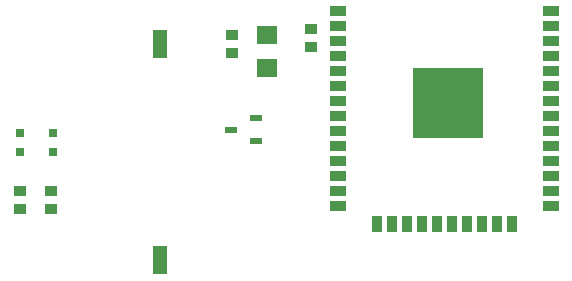
<source format=gtp>
G04 #@! TF.GenerationSoftware,KiCad,Pcbnew,no-vcs-found*
G04 #@! TF.CreationDate,2017-01-06T11:38:08+01:00*
G04 #@! TF.ProjectId,ESP32-HELP-Button-18650,45535033322D48454C502D427574746F,rev?*
G04 #@! TF.FileFunction,Paste,Top*
G04 #@! TF.FilePolarity,Positive*
%FSLAX46Y46*%
G04 Gerber Fmt 4.6, Leading zero omitted, Abs format (unit mm)*
G04 Created by KiCad (PCBNEW no-vcs-found) date Fri Jan  6 11:38:08 2017*
%MOMM*%
%LPD*%
G01*
G04 APERTURE LIST*
%ADD10C,0.100000*%
%ADD11R,1.300000X2.340000*%
%ADD12R,0.800000X0.800000*%
%ADD13R,1.000760X0.599440*%
%ADD14R,1.000760X0.899160*%
%ADD15R,6.000000X6.000000*%
%ADD16R,1.350000X0.900000*%
%ADD17R,0.900000X1.350000*%
%ADD18R,1.803400X1.600200*%
G04 APERTURE END LIST*
D10*
D11*
X68940000Y-64070000D03*
X68940000Y-45730000D03*
D12*
X57011000Y-54896000D03*
X57011000Y-53296000D03*
X59805000Y-53245000D03*
X59805000Y-54845000D03*
D13*
X77056640Y-53952500D03*
X74943360Y-53000000D03*
X77056640Y-52047500D03*
D14*
X81695000Y-46000000D03*
X81695000Y-44496320D03*
X57011000Y-59722000D03*
X57011000Y-58218320D03*
X59678000Y-58218320D03*
X59678000Y-59722000D03*
D15*
X93270000Y-50700000D03*
D16*
X83970000Y-42990000D03*
X83970000Y-44260000D03*
X83970000Y-45530000D03*
X83970000Y-46800000D03*
X83970000Y-48070000D03*
X83970000Y-49340000D03*
X83970000Y-50610000D03*
X83970000Y-51880000D03*
X83970000Y-53150000D03*
X83970000Y-54420000D03*
X83970000Y-55690000D03*
X83970000Y-56960000D03*
X83970000Y-58230000D03*
X83970000Y-59500000D03*
D17*
X87270000Y-61000000D03*
X88540000Y-61000000D03*
X89810000Y-61000000D03*
X91080000Y-61000000D03*
X92350000Y-61000000D03*
X93620000Y-61000000D03*
X94890000Y-61000000D03*
X96160000Y-61000000D03*
X97430000Y-61000000D03*
X98700000Y-61000000D03*
D16*
X102000000Y-59500000D03*
X102000000Y-58230000D03*
X102000000Y-56960000D03*
X102000000Y-55690000D03*
X102000000Y-54420000D03*
X102000000Y-53150000D03*
X102000000Y-51880000D03*
X102000000Y-50610000D03*
X102000000Y-49340000D03*
X102000000Y-48070000D03*
X102000000Y-46800000D03*
X102000000Y-45530000D03*
X102000000Y-44260000D03*
X102000000Y-42990000D03*
D14*
X75000000Y-46503680D03*
X75000000Y-45000000D03*
D18*
X78000000Y-47794000D03*
X78000000Y-45000000D03*
M02*

</source>
